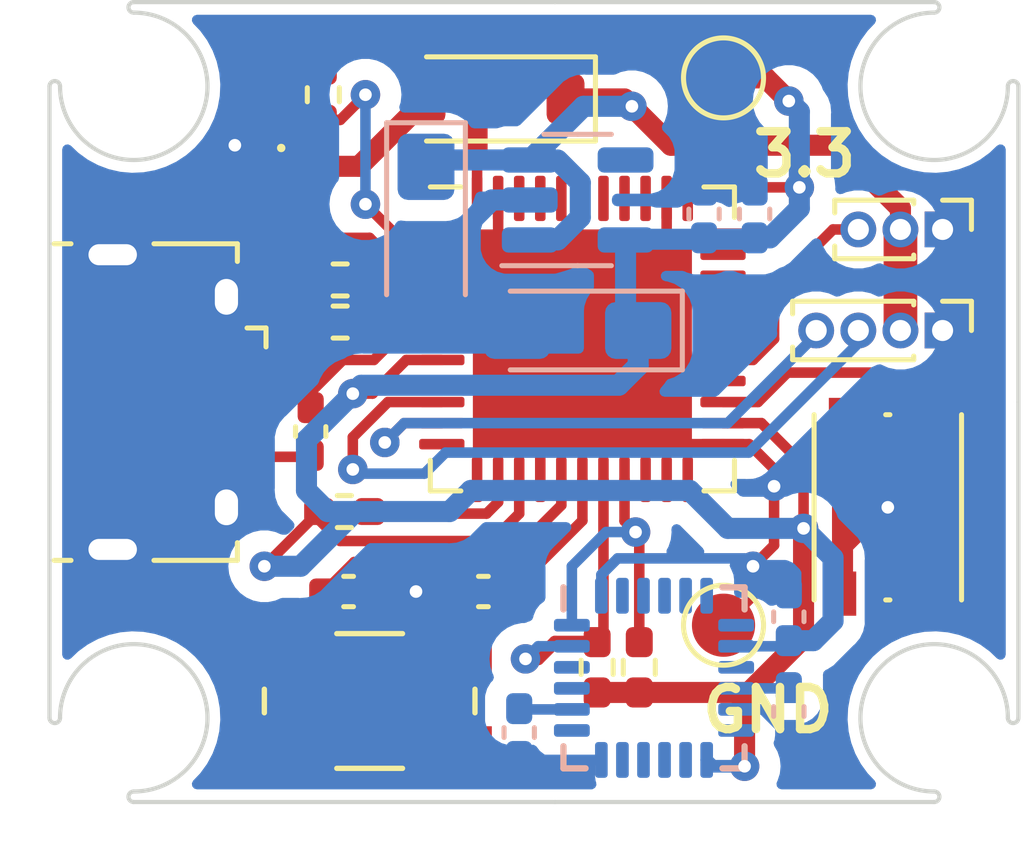
<source format=kicad_pcb>
(kicad_pcb (version 20221018) (generator pcbnew)
  (layers (0 "F.Cu" signal) (31 "B.Cu" signal) (34 "B.Paste" user) (35 "F.Paste" user) (36 "B.SilkS" user "B.Silkscreen") (37 "F.SilkS" user "F.Silkscreen") (38 "B.Mask" user) (39 "F.Mask" user) (44 "Edge.Cuts" user))
  (net 0 "")
  (net 1 "+3.3V")
  (net 2 "GND")
  (net 3 "Net-(U2-CPOUT)")
  (net 4 "Net-(U2-REGOUT)")
  (net 5 "Net-(U1-UCAP)")
  (net 6 "Net-(D2-A)")
  (net 7 "/USB_D-")
  (net 8 "/USB_D+")
  (net 10 "/SDA")
  (net 11 "/SCL")
  (net 12 "Net-(U1-~{RESET})")
  (net 13 "Net-(U1-PE6)")
  (net 14 "/D+")
  (net 15 "/D-")
  (net 16 "Net-(U1-PD4)")
  (net 23 "/PWM_SERVO")
  (net 53 "VCC")
  (net 54 "/UVCC")
  (net 56 "/PWM_STEER")
  (net 57 "/PWM_SENS")
  (net 58 "Net-(U1-XTAL1)")
  (net 59 "Net-(U1-XTAL2)")
  (footprint "Resistor_SMD:R_0402_1005Metric_Pad0.72x0.64mm_HandSolder" (layer "F.Cu") (at 145.75 95.2 90)
    (fp_text reference "R7" hide)
    (fp_text value "1k")
    (fp_line (start -0.167621 -0.38) (end 0.167621 -0.38) (stroke (width 0.12)) (layer "F.SilkS"))
    (fp_line (start -0.167621 0.38) (end 0.167621 0.38) (stroke (width 0.12)) (layer "F.SilkS"))
    (pad "1" smd roundrect (at -0.5975 0 90) (size 0.715 0.64) (layers "F.Cu" "F.Paste" "F.Mask") (net 13 "Net-(U1-PE6)"))
    (pad "2" smd roundrect (at 0.5975 0 90) (size 0.715 0.64) (layers "F.Cu" "F.Paste" "F.Mask") (net 6 "Net-(D2-A)"))
  )
  (footprint "LED_SMD:LED_0402_1005Metric_Pad0.77x0.64mm_HandSolder" (layer "F.Cu") (at 144.75 95.2 90)
    (fp_text reference "D2" hide)
    (fp_text value "LED")
    (fp_circle (center -1.265 0) (end -1.215 0) (stroke (width 0.1)) (fill none) (layer "F.SilkS"))
    (pad "1" smd roundrect (at -0.5725 0 90) (size 0.765 0.64) (layers "F.Cu" "F.Paste" "F.Mask") (net 2 "GND"))
    (pad "2" smd roundrect (at 0.5725 0 90) (size 0.765 0.64) (layers "F.Cu" "F.Paste" "F.Mask") (net 6 "Net-(D2-A)"))
  )
  (footprint "Resistor_SMD:R_0402_1005Metric_Pad0.72x0.64mm_HandSolder" (layer "F.Cu") (at 153.25 108.8 90)
    (fp_text reference "R1" hide)
    (fp_text value "4.7k")
    (fp_line (start -0.167621 -0.38) (end 0.167621 -0.38) (stroke (width 0.12)) (layer "F.SilkS"))
    (fp_line (start -0.167621 0.38) (end 0.167621 0.38) (stroke (width 0.12)) (layer "F.SilkS"))
    (pad "1" smd roundrect (at -0.5975 0 90) (size 0.715 0.64) (layers "F.Cu" "F.Paste" "F.Mask") (net 1 "+3.3V"))
    (pad "2" smd roundrect (at 0.5975 0 90) (size 0.715 0.64) (layers "F.Cu" "F.Paste" "F.Mask") (net 10 "/SDA"))
  )
  (footprint "Capacitor_SMD:C_0402_1005Metric_Pad0.74x0.62mm_HandSolder" (layer "F.Cu") (at 146.35 107 180)
    (fp_text reference "C8" hide)
    (fp_text value "22p")
    (fp_line (start -0.115835 -0.36) (end 0.115835 -0.36) (stroke (width 0.12)) (layer "F.SilkS"))
    (fp_line (start -0.115835 0.36) (end 0.115835 0.36) (stroke (width 0.12)) (layer "F.SilkS"))
    (pad "1" smd roundrect (at -0.5675 0 180) (size 0.735 0.62) (layers "F.Cu" "F.Paste" "F.Mask") (net 2 "GND"))
    (pad "2" smd roundrect (at 0.5675 0 180) (size 0.735 0.62) (layers "F.Cu" "F.Paste" "F.Mask") (net 59 "Net-(U1-XTAL2)"))
  )
  (footprint "arduino_micro_crystal:arduino_micro_crystal" (layer "F.Cu") (at 146.85 109.6 90)
    (fp_text reference "Y3" hide)
    (fp_text value "Crystal")
    (fp_line (start -1.6 -0.78) (end -1.6 0.78) (stroke (width 0.127)) (layer "F.SilkS"))
    (fp_line (start -0.28 -2.5) (end 0.28 -2.5) (stroke (width 0.127)) (layer "F.SilkS"))
    (fp_line (start -0.28 2.5) (end 0.28 2.5) (stroke (width 0.127)) (layer "F.SilkS"))
    (fp_line (start 1.6 -0.78) (end 1.6 0.78) (stroke (width 0.127)) (layer "F.SilkS"))
    (pad "" smd rect (at -1.2 2 90) (size 1.2 1.8) (layers "F.Cu" "F.Paste" "F.Mask"))
    (pad "" smd rect (at 1.2 -2 90) (size 1.2 1.8) (layers "F.Cu" "F.Paste" "F.Mask"))
    (pad "1" smd rect (at -1.2 -2 90) (size 1.2 1.8) (layers "F.Cu" "F.Paste" "F.Mask") (net 59 "Net-(U1-XTAL2)"))
    (pad "2" smd rect (at 1.2 2 90) (size 1.2 1.8) (layers "F.Cu" "F.Paste" "F.Mask") (net 58 "Net-(U1-XTAL1)"))
  )
  (footprint "Capacitor_SMD:C_0402_1005Metric_Pad0.74x0.62mm_HandSolder" (layer "F.Cu") (at 149.55 107)
    (fp_text reference "C7" hide)
    (fp_text value "22p")
    (fp_line (start -0.115835 -0.36) (end 0.115835 -0.36) (stroke (width 0.12)) (layer "F.SilkS"))
    (fp_line (start -0.115835 0.36) (end 0.115835 0.36) (stroke (width 0.12)) (layer "F.SilkS"))
    (pad "1" smd roundrect (at -0.5675 0) (size 0.735 0.62) (layers "F.Cu" "F.Paste" "F.Mask") (net 2 "GND"))
    (pad "2" smd roundrect (at 0.5675 0) (size 0.735 0.62) (layers "F.Cu" "F.Paste" "F.Mask") (net 58 "Net-(U1-XTAL1)"))
  )
  (footprint "TestPoint:TestPoint_Pad_D1.5mm" (layer "F.Cu") (at 155.25 107.8)
    (fp_text reference "TP1" hide)
    (fp_text value "GND" hide)
    (fp_circle (center 0 0) (end 0 0.95) (stroke (width 0.12)) (fill none) (layer "F.SilkS"))
    (pad "1" smd circle (at 0 0) (size 1.5 1.5) (layers "F.Cu" "F.Mask") (net 2 "GND"))
  )
  (footprint "Resistor_SMD:R_0402_1005Metric_Pad0.72x0.64mm_HandSolder" (layer "F.Cu") (at 146.25 105.1)
    (fp_text reference "R3" hide)
    (fp_text value "10k")
    (fp_line (start -0.167621 -0.38) (end 0.167621 -0.38) (stroke (width 0.12)) (layer "F.SilkS"))
    (fp_line (start -0.167621 0.38) (end 0.167621 0.38) (stroke (width 0.12)) (layer "F.SilkS"))
    (pad "1" smd roundrect (at -0.5975 0) (size 0.715 0.64) (layers "F.Cu" "F.Paste" "F.Mask") (net 1 "+3.3V"))
    (pad "2" smd roundrect (at 0.5975 0) (size 0.715 0.64) (layers "F.Cu" "F.Paste" "F.Mask") (net 12 "Net-(U1-~{RESET})"))
  )
  (footprint "Resistor_SMD:R_0402_1005Metric_Pad0.72x0.64mm_HandSolder" (layer "F.Cu") (at 146.15 100.6)
    (fp_text reference "R5" hide)
    (fp_text value "22")
    (fp_line (start -0.167621 -0.38) (end 0.167621 -0.38) (stroke (width 0.12)) (layer "F.SilkS"))
    (fp_line (start -0.167621 0.38) (end 0.167621 0.38) (stroke (width 0.12)) (layer "F.SilkS"))
    (pad "1" smd roundrect (at -0.5975 0) (size 0.715 0.64) (layers "F.Cu" "F.Paste" "F.Mask") (net 8 "/USB_D+"))
    (pad "2" smd roundrect (at 0.5975 0) (size 0.715 0.64) (layers "F.Cu" "F.Paste" "F.Mask") (net 14 "/D+"))
  )
  (footprint "Diode_SMD:D_SOD-123" (layer "F.Cu") (at 149.85 95.3 180)
    (fp_text reference "D3" hide)
    (fp_text value "D" hide)
    (fp_line (start -2.36 -1) (end -2.36 1) (stroke (width 0.12)) (layer "F.SilkS"))
    (fp_line (start -2.36 -1) (end 1.65 -1) (stroke (width 0.12)) (layer "F.SilkS"))
    (fp_line (start -2.36 1) (end 1.65 1) (stroke (width 0.12)) (layer "F.SilkS"))
    (pad "1" smd roundrect (at -1.65 0 180) (size 0.9 1.2) (layers "F.Cu" "F.Paste" "F.Mask") (net 53 "VCC"))
    (pad "2" smd roundrect (at 1.65 0 180) (size 0.9 1.2) (layers "F.Cu" "F.Paste" "F.Mask") (net 54 "/UVCC"))
  )
  (footprint "Button_Switch_SMD:SW_Push_1P1T_NO_Vertical_Wuerth_434133025816" (layer "F.Cu") (at 159.15 105 -90)
    (fp_text reference "SW1" hide)
    (fp_text value "SW_Push" hide)
    (fp_line (start -2.2 0.05) (end -2.2 -0.05) (stroke (width 0.12)) (layer "F.SilkS"))
    (fp_line (start -2.2 1.75) (end 2.2 1.75) (stroke (width 0.12)) (layer "F.SilkS"))
    (fp_line (start 2.2 -1.75) (end -2.2 -1.75) (stroke (width 0.12)) (layer "F.SilkS"))
    (fp_line (start 2.2 0.05) (end 2.2 -0.05) (stroke (width 0.12)) (layer "F.SilkS"))
    (pad "1" smd rect (at -2.075 -1.075 270) (size 1.05 0.65) (layers "F.Cu" "F.Paste" "F.Mask") (net 16 "Net-(U1-PD4)"))
    (pad "1" smd rect (at 2.075 -1.075 270) (size 1.05 0.65) (layers "F.Cu" "F.Paste" "F.Mask") (net 16 "Net-(U1-PD4)"))
    (pad "2" smd rect (at -2.075 1.075 270) (size 1.05 0.65) (layers "F.Cu" "F.Paste" "F.Mask") (net 2 "GND"))
    (pad "2" smd rect (at 2.05 1.075 270) (size 1.05 0.65) (layers "F.Cu" "F.Paste" "F.Mask") (net 2 "GND"))
  )
  (footprint "Package_DFN_QFN:QFN-44-1EP_7x7mm_P0.5mm_EP5.2x5.2mm" (layer "F.Cu") (at 151.9 101)
    (fp_text reference "U1" hide)
    (fp_text value "ATmega32U4-M" hide)
    (fp_line (start -3.61 3.61) (end -3.61 2.885) (stroke (width 0.12)) (layer "F.SilkS"))
    (fp_line (start -2.885 -3.61) (end -3.61 -3.61) (stroke (width 0.12)) (layer "F.SilkS"))
    (fp_line (start -2.885 3.61) (end -3.61 3.61) (stroke (width 0.12)) (layer "F.SilkS"))
    (fp_line (start 2.885 -3.61) (end 3.61 -3.61) (stroke (width 0.12)) (layer "F.SilkS"))
    (fp_line (start 2.885 3.61) (end 3.61 3.61) (stroke (width 0.12)) (layer "F.SilkS"))
    (fp_line (start 3.61 -3.61) (end 3.61 -2.885) (stroke (width 0.12)) (layer "F.SilkS"))
    (fp_line (start 3.61 3.61) (end 3.61 2.885) (stroke (width 0.12)) (layer "F.SilkS"))
    (pad "1" smd roundrect (at -3.3375 -2.5) (size 1.075 0.25) (layers "F.Cu" "F.Paste" "F.Mask") (net 13 "Net-(U1-PE6)"))
    (pad "2" smd roundrect (at -3.3375 -2) (size 1.075 0.25) (layers "F.Cu" "F.Paste" "F.Mask") (net 54 "/UVCC"))
    (pad "3" smd roundrect (at -3.3375 -1.5) (size 1.075 0.25) (layers "F.Cu" "F.Paste" "F.Mask") (net 15 "/D-"))
    (pad "4" smd roundrect (at -3.3375 -1) (size 1.075 0.25) (layers "F.Cu" "F.Paste" "F.Mask") (net 14 "/D+"))
    (pad "5" smd roundrect (at -3.3375 -0.5) (size 1.075 0.25) (layers "F.Cu" "F.Paste" "F.Mask") (net 2 "GND"))
    (pad "6" smd roundrect (at -3.3375 0) (size 1.075 0.25) (layers "F.Cu" "F.Paste" "F.Mask") (net 5 "Net-(U1-UCAP)"))
    (pad "7" smd roundrect (at -3.3375 0.5) (size 1.075 0.25) (layers "F.Cu" "F.Paste" "F.Mask") (net 1 "+3.3V"))
    (pad "8" smd roundrect (at -3.3375 1) (size 1.075 0.25) (layers "F.Cu" "F.Paste" "F.Mask"))
    (pad "9" smd roundrect (at -3.3375 1.5) (size 1.075 0.25) (layers "F.Cu" "F.Paste" "F.Mask") (net 56 "/PWM_STEER"))
    (pad "10" smd roundrect (at -3.3375 2) (size 1.075 0.25) (layers "F.Cu" "F.Paste" "F.Mask") (net 57 "/PWM_SENS"))
    (pad "11" smd roundrect (at -3.3375 2.5) (size 1.075 0.25) (layers "F.Cu" "F.Paste" "F.Mask"))
    (pad "12" smd roundrect (at -2.5 3.3375) (size 0.25 1.075) (layers "F.Cu" "F.Paste" "F.Mask"))
    (pad "13" smd roundrect (at -2 3.3375) (size 0.25 1.075) (layers "F.Cu" "F.Paste" "F.Mask") (net 12 "Net-(U1-~{RESET})"))
    (pad "14" smd roundrect (at -1.5 3.3375) (size 0.25 1.075) (layers "F.Cu" "F.Paste" "F.Mask") (net 1 "+3.3V"))
    (pad "15" smd roundrect (at -1 3.3375) (size 0.25 1.075) (layers "F.Cu" "F.Paste" "F.Mask") (net 2 "GND"))
    (pad "16" smd roundrect (at -0.5 3.3375) (size 0.25 1.075) (layers "F.Cu" "F.Paste" "F.Mask") (net 59 "Net-(U1-XTAL2)"))
    (pad "17" smd roundrect (at 0 3.3375) (size 0.25 1.075) (layers "F.Cu" "F.Paste" "F.Mask") (net 58 "Net-(U1-XTAL1)"))
    (pad "18" smd roundrect (at 0.5 3.3375) (size 0.25 1.075) (layers "F.Cu" "F.Paste" "F.Mask") (net 11 "/SCL"))
    (pad "19" smd roundrect (at 1 3.3375) (size 0.25 1.075) (layers "F.Cu" "F.Paste" "F.Mask") (net 10 "/SDA"))
    (pad "20" smd roundrect (at 1.5 3.3375) (size 0.25 1.075) (layers "F.Cu" "F.Paste" "F.Mask"))
    (pad "21" smd roundrect (at 2 3.3375) (size 0.25 1.075) (layers "F.Cu" "F.Paste" "F.Mask"))
    (pad "22" smd roundrect (at 2.5 3.3375) (size 0.25 1.075) (layers "F.Cu" "F.Paste" "F.Mask"))
    (pad "23" smd roundrect (at 3.3375 2.5) (size 1.075 0.25) (layers "F.Cu" "F.Paste" "F.Mask") (net 2 "GND"))
    (pad "24" smd roundrect (at 3.3375 2) (size 1.075 0.25) (layers "F.Cu" "F.Paste" "F.Mask") (net 1 "+3.3V"))
    (pad "25" smd roundrect (at 3.3375 1.5) (size 1.075 0.25) (layers "F.Cu" "F.Paste" "F.Mask") (net 16 "Net-(U1-PD4)"))
    (pad "26" smd roundrect (at 3.3375 1) (size 1.075 0.25) (layers "F.Cu" "F.Paste" "F.Mask"))
    (pad "27" smd roundrect (at 3.3375 0.5) (size 1.075 0.25) (layers "F.Cu" "F.Paste" "F.Mask") (net 23 "/PWM_SERVO"))
    (pad "28" smd roundrect (at 3.3375 0) (size 1.075 0.25) (layers "F.Cu" "F.Paste" "F.Mask"))
    (pad "29" smd roundrect (at 3.3375 -0.5) (size 1.075 0.25) (layers "F.Cu" "F.Paste" "F.Mask"))
    (pad "30" smd roundrect (at 3.3375 -1) (size 1.075 0.25) (layers "F.Cu" "F.Paste" "F.Mask"))
    (pad "31" smd roundrect (at 3.3375 -1.5) (size 1.075 0.25) (layers "F.Cu" "F.Paste" "F.Mask"))
    (pad "32" smd roundrect (at 3.3375 -2) (size 1.075 0.25) (layers "F.Cu" "F.Paste" "F.Mask"))
    (pad "33" smd roundrect (at 3.3375 -2.5) (size 1.075 0.25) (layers "F.Cu" "F.Paste" "F.Mask"))
    (pad "34" smd roundrect (at 2.5 -3.3375) (size 0.25 1.075) (layers "F.Cu" "F.Paste" "F.Mask") (net 1 "+3.3V"))
    (pad "35" smd roundrect (at 2 -3.3375) (size 0.25 1.075) (layers "F.Cu" "F.Paste" "F.Mask") (net 2 "GND"))
    (pad "36" smd roundrect (at 1.5 -3.3375) (size 0.25 1.075) (layers "F.Cu" "F.Paste" "F.Mask"))
    (pad "37" smd roundrect (at 1 -3.3375) (size 0.25 1.075) (layers "F.Cu" "F.Paste" "F.Mask"))
    (pad "38" smd roundrect (at 0.5 -3.3375) (size 0.25 1.075) (layers "F.Cu" "F.Paste" "F.Mask"))
    (pad "39" smd roundrect (at 0 -3.3375) (size 0.25 1.075) (layers "F.Cu" "F.Paste" "F.Mask"))
    (pad "40" smd roundrect (at -0.5 -3.3375) (size 0.25 1.075) (layers "F.Cu" "F.Paste" "F.Mask"))
    (pad "41" smd roundrect (at -1 -3.3375) (size 0.25 1.075) (layers "F.Cu" "F.Paste" "F.Mask"))
    (pad "42" smd roundrect (at -1.5 -3.3375) (size 0.25 1.075) (layers "F.Cu" "F.Paste" "F.Mask"))
    (pad "43" smd roundrect (at -2 -3.3375) (size 0.25 1.075) (layers "F.Cu" "F.Paste" "F.Mask") (net 2 "GND"))
    (pad "44" smd roundrect (at -2.5 -3.3375) (size 0.25 1.075) (layers "F.Cu" "F.Paste" "F.Mask") (net 1 "+3.3V"))
    (pad "45" smd rect (at 0 0) (size 5.2 5.2) (layers "F.Cu" "F.Mask") (net 2 "GND"))
  )
  (footprint "Resistor_SMD:R_0402_1005Metric_Pad0.72x0.64mm_HandSolder" (layer "F.Cu") (at 146.15 99.6)
    (fp_text reference "R6" hide)
    (fp_text value "22")
    (fp_line (start -0.167621 -0.38) (end 0.167621 -0.38) (stroke (width 0.12)) (layer "F.SilkS"))
    (fp_line (start -0.167621 0.38) (end 0.167621 0.38) (stroke (width 0.12)) (layer "F.SilkS"))
    (pad "1" smd roundrect (at -0.5975 0) (size 0.715 0.64) (layers "F.Cu" "F.Paste" "F.Mask") (net 7 "/USB_D-"))
    (pad "2" smd roundrect (at 0.5975 0) (size 0.715 0.64) (layers "F.Cu" "F.Paste" "F.Mask") (net 15 "/D-"))
  )
  (footprint "Capacitor_SMD:C_0402_1005Metric_Pad0.74x0.62mm_HandSolder" (layer "F.Cu") (at 145.45 103.2 -90)
    (fp_text reference "C9" hide)
    (fp_text value "1u")
    (fp_line (start -0.115835 -0.36) (end 0.115835 -0.36) (stroke (width 0.12)) (layer "F.SilkS"))
    (fp_line (start -0.115835 0.36) (end 0.115835 0.36) (stroke (width 0.12)) (layer "F.SilkS"))
    (pad "1" smd roundrect (at -0.5675 0 270) (size 0.735 0.62) (layers "F.Cu" "F.Paste" "F.Mask") (net 5 "Net-(U1-UCAP)"))
    (pad "2" smd roundrect (at 0.5675 0 270) (size 0.735 0.62) (layers "F.Cu" "F.Paste" "F.Mask") (net 2 "GND"))
  )
  (footprint "Connector_USB:USB_Micro-B_Amphenol_10118194_Horizontal" (layer "F.Cu") (at 142.05 102.5 -90)
    (fp_text reference "J1" hide)
    (fp_text value "USB_B_Micro" hide)
    (fp_line (start -3.76 -1.66) (end -3.34 -1.66) (stroke (width 0.12)) (layer "F.SilkS"))
    (fp_line (start -3.76 0.32) (end -3.76 -1.66) (stroke (width 0.12)) (layer "F.SilkS"))
    (fp_line (start -3.76 2.69) (end -3.76 2.29) (stroke (width 0.12)) (layer "F.SilkS"))
    (fp_line (start -1.76 -1.89) (end -1.76 -2.34) (stroke (width 0.12)) (layer "F.SilkS"))
    (fp_line (start -1.31 -2.34) (end -1.76 -2.34) (stroke (width 0.12)) (layer "F.SilkS"))
    (fp_line (start 3.76 -1.66) (end 3.34 -1.66) (stroke (width 0.12)) (layer "F.SilkS"))
    (fp_line (start 3.76 0.32) (end 3.76 -1.66) (stroke (width 0.12)) (layer "F.SilkS"))
    (fp_line (start 3.76 2.29) (end 3.76 2.69) (stroke (width 0.12)) (layer "F.SilkS"))
    (pad "1" smd rect (at -1.3 -1.4 270) (size 0.4 1.35) (layers "F.Cu" "F.Paste" "F.Mask") (net 54 "/UVCC"))
    (pad "2" smd rect (at -0.65 -1.4 270) (size 0.4 1.35) (layers "F.Cu" "F.Paste" "F.Mask") (net 7 "/USB_D-"))
    (pad "3" smd rect (at 0 -1.4 270) (size 0.4 1.35) (layers "F.Cu" "F.Paste" "F.Mask") (net 8 "/USB_D+"))
    (pad "4" smd rect (at 0.65 -1.4 270) (size 0.4 1.35) (layers "F.Cu" "F.Paste" "F.Mask"))
    (pad "5" smd rect (at 1.3 -1.4 270) (size 0.4 1.35) (layers "F.Cu" "F.Paste" "F.Mask") (net 2 "GND"))
    (pad "6" thru_hole oval (at -3.5 1.3 270) (size 0.89 1.55) (drill oval 0.5 1.15) (layers "*.Cu" "*.Mask") (net 2 "GND"))
    (pad "6" smd rect (at -2.9 1.3 270) (size 1.2 1.55) (layers "F.Cu" "F.Paste" "F.Mask") (net 2 "GND"))
    (pad "6" thru_hole oval (at -2.5 -1.4 270) (size 1.25 0.95) (drill oval 0.85 0.55) (layers "*.Cu" "*.Mask") (net 2 "GND"))
    (pad "6" smd rect (at -1 1.3 270) (size 1.5 1.55) (layers "F.Cu" "F.Paste" "F.Mask") (net 2 "GND"))
    (pad "6" smd rect (at 1 1.3 270) (size 1.5 1.55) (layers "F.Cu" "F.Paste" "F.Mask") (net 2 "GND"))
    (pad "6" thru_hole oval (at 2.5 -1.4 270) (size 1.25 0.95) (drill oval 0.85 0.55) (layers "*.Cu" "*.Mask") (net 2 "GND"))
    (pad "6" smd rect (at 2.9 1.3 270) (size 1.2 1.55) (layers "F.Cu" "F.Paste" "F.Mask") (net 2 "GND"))
    (pad "6" thru_hole oval (at 3.5 1.3 270) (size 0.89 1.55) (drill oval 0.5 1.15) (layers "*.Cu" "*.Mask") (net 2 "GND"))
  )
  (footprint "Resistor_SMD:R_0402_1005Metric_Pad0.72x0.64mm_HandSolder" (layer "F.Cu") (at 152.25 108.8 90)
    (fp_text reference "R2" hide)
    (fp_text value "4.7k")
    (fp_line (start -0.167621 -0.38) (end 0.167621 -0.38) (stroke (width 0.12)) (layer "F.SilkS"))
    (fp_line (start -0.167621 0.38) (end 0.167621 0.38) (stroke (width 0.12)) (layer "F.SilkS"))
    (pad "1" smd roundrect (at -0.5975 0 90) (size 0.715 0.64) (layers "F.Cu" "F.Paste" "F.Mask") (net 1 "+3.3V"))
    (pad "2" smd roundrect (at 0.5975 0 90) (size 0.715 0.64) (layers "F.Cu" "F.Paste" "F.Mask") (net 11 "/SCL"))
  )
  (footprint "TestPoint:TestPoint_Pad_D1.5mm" (layer "F.Cu") (at 155.25 94.8)
    (fp_text reference "TP2" hide)
    (fp_text value "3.3V" hide)
    (fp_circle (center 0 0) (end 0 0.95) (stroke (width 0.12)) (fill none) (layer "F.SilkS"))
    (pad "1" smd circle (at 0 0) (size 1.5 1.5) (layers "F.Cu" "F.Mask") (net 1 "+3.3V"))
  )
  (footprint "Connector_PinHeader_1.00mm:PinHeader_1x04_P1.00mm_Vertical" (layer "F.Cu") (at 160.45 100.8 -90)
    (fp_text reference "J4" hide)
    (fp_text value "Conn_01x04_Pin" hide)
    (fp_line (start -0.695 -0.685) (end 0 -0.685) (stroke (width 0.12)) (layer "F.SilkS"))
    (fp_line (start -0.695 0) (end -0.695 -0.685) (stroke (width 0.12)) (layer "F.SilkS"))
    (fp_line (start -0.695 0.685) (end -0.695 3.56) (stroke (width 0.12)) (layer "F.SilkS"))
    (fp_line (start -0.695 0.685) (end -0.608276 0.685) (stroke (width 0.12)) (layer "F.SilkS"))
    (fp_line (start -0.695 3.56) (end -0.394493 3.56) (stroke (width 0.12)) (layer "F.SilkS"))
    (fp_line (start 0.394493 3.56) (end 0.695 3.56) (stroke (width 0.12)) (layer "F.SilkS"))
    (fp_line (start 0.608276 0.685) (end 0.695 0.685) (stroke (width 0.12)) (layer "F.SilkS"))
    (fp_line (start 0.695 0.685) (end 0.695 3.56) (stroke (width 0.12)) (layer "F.SilkS"))
    (pad "1" thru_hole rect (at 0 0 270) (size 0.85 0.85) (drill 0.5) (layers "*.Cu" "*.Mask") (net 2 "GND"))
    (pad "2" thru_hole oval (at 0 1 270) (size 0.85 0.85) (drill 0.5) (layers "*.Cu" "*.Mask") (net 53 "VCC"))
    (pad "3" thru_hole oval (at 0 2 270) (size 0.85 0.85) (drill 0.5) (layers "*.Cu" "*.Mask") (net 56 "/PWM_STEER"))
    (pad "4" thru_hole oval (at 0 3 270) (size 0.85 0.85) (drill 0.5) (layers "*.Cu" "*.Mask") (net 57 "/PWM_SENS"))
  )
  (footprint "Connector_PinHeader_1.00mm:PinHeader_1x03_P1.00mm_Vertical" (layer "F.Cu") (at 160.45 98.4 -90)
    (fp_text reference "J3" hide)
    (fp_text value "Conn_01x03_Pin" hide)
    (fp_line (start -0.695 -0.685) (end 0 -0.685) (stroke (width 0.12)) (layer "F.SilkS"))
    (fp_line (start -0.695 0) (end -0.695 -0.685) (stroke (width 0.12)) (layer "F.SilkS"))
    (fp_line (start -0.695 0.685) (end -0.695 2.56) (stroke (width 0.12)) (layer "F.SilkS"))
    (fp_line (start -0.695 0.685) (end -0.608276 0.685) (stroke (width 0.12)) (layer "F.SilkS"))
    (fp_line (start -0.695 2.56) (end -0.394493 2.56) (stroke (width 0.12)) (layer "F.SilkS"))
    (fp_line (start 0.394493 2.56) (end 0.695 2.56) (stroke (width 0.12)) (layer "F.SilkS"))
    (fp_line (start 0.608276 0.685) (end 0.695 0.685) (stroke (width 0.12)) (layer "F.SilkS"))
    (fp_line (start 0.695 0.685) (end 0.695 2.56) (stroke (width 0.12)) (layer "F.SilkS"))
    (pad "1" thru_hole rect (at 0 0 270) (size 0.85 0.85) (drill 0.5) (layers "*.Cu" "*.Mask") (net 2 "GND"))
    (pad "2" thru_hole oval (at 0 1 270) (size 0.85 0.85) (drill 0.5) (layers "*.Cu" "*.Mask") (net 53 "VCC"))
    (pad "3" thru_hole oval (at 0 2 270) (size 0.85 0.85) (drill 0.5) (layers "*.Cu" "*.Mask") (net 23 "/PWM_SERVO"))
  )
  (footprint "Sensor_Motion:InvenSense_QFN-24_4x4mm_P0.5mm" (layer "B.Cu") (at 153.6 109.05 -90)
    (fp_text reference "U2" hide)
    (fp_text value "MPU-6050" hide)
    (fp_line (start -2.15 -2.15) (end -2.15 -1.625) (stroke (width 0.15)) (layer "B.SilkS"))
    (fp_line (start -2.15 -2.15) (end -1.625 -2.15) (stroke (width 0.15)) (layer "B.SilkS"))
    (fp_line (start -2.15 2.15) (end -1.625 2.15) (stroke (width 0.15)) (layer "B.SilkS"))
    (fp_line (start 2.15 -2.15) (end 1.625 -2.15) (stroke (width 0.15)) (layer "B.SilkS"))
    (fp_line (start 2.15 -2.15) (end 2.15 -1.625) (stroke (width 0.15)) (layer "B.SilkS"))
    (fp_line (start 2.15 2.15) (end 1.625 2.15) (stroke (width 0.15)) (layer "B.SilkS"))
    (fp_line (start 2.15 2.15) (end 2.15 1.625) (stroke (width 0.15)) (layer "B.SilkS"))
    (pad "1" smd roundrect (at -1.95 1.25 270) (size 0.85 0.3) (layers "B.Cu" "B.Paste" "B.Mask") (net 2 "GND"))
    (pad "2" smd roundrect (at -1.95 0.75 270) (size 0.85 0.3) (layers "B.Cu" "B.Paste" "B.Mask"))
    (pad "3" smd roundrect (at -1.95 0.25 270) (size 0.85 0.3) (layers "B.Cu" "B.Paste" "B.Mask"))
    (pad "4" smd roundrect (at -1.95 -0.25 270) (size 0.85 0.3) (layers "B.Cu" "B.Paste" "B.Mask"))
    (pad "5" smd roundrect (at -1.95 -0.75 270) (size 0.85 0.3) (layers "B.Cu" "B.Paste" "B.Mask"))
    (pad "6" smd roundrect (at -1.95 -1.25 270) (size 0.85 0.3) (layers "B.Cu" "B.Paste" "B.Mask"))
    (pad "7" smd roundrect (at -1.25 -1.95 180) (size 0.85 0.3) (layers "B.Cu" "B.Paste" "B.Mask"))
    (pad "8" smd roundrect (at -0.75 -1.95 180) (size 0.85 0.3) (layers "B.Cu" "B.Paste" "B.Mask") (net 1 "+3.3V"))
    (pad "9" smd roundrect (at -0.25 -1.95 180) (size 0.85 0.3) (layers "B.Cu" "B.Paste" "B.Mask"))
    (pad "10" smd roundrect (at 0.25 -1.95 180) (size 0.85 0.3) (layers "B.Cu" "B.Paste" "B.Mask") (net 4 "Net-(U2-REGOUT)"))
    (pad "11" smd roundrect (at 0.75 -1.95 180) (size 0.85 0.3) (layers "B.Cu" "B.Paste" "B.Mask") (net 2 "GND"))
    (pad "12" smd roundrect (at 1.25 -1.95 180) (size 0.85 0.3) (layers "B.Cu" "B.Paste" "B.Mask"))
    (pad "13" smd roundrect (at 1.95 -1.25 270) (size 0.85 0.3) (layers "B.Cu" "B.Paste" "B.Mask") (net 1 "+3.3V"))
    (pad "14" smd roundrect (at 1.95 -0.75 270) (size 0.85 0.3) (layers "B.Cu" "B.Paste" "B.Mask"))
    (pad "15" smd roundrect (at 1.95 -0.25 270) (size 0.85 0.3) (layers "B.Cu" "B.Paste" "B.Mask"))
    (pad "16" smd roundrect (at 1.95 0.25 270) (size 0.85 0.3) (layers "B.Cu" "B.Paste" "B.Mask"))
    (pad "17" smd roundrect (at 1.95 0.75 270) (size 0.85 0.3) (layers "B.Cu" "B.Paste" "B.Mask"))
    (pad "18" smd roundrect (at 1.95 1.25 270) (size 0.85 0.3) (layers "B.Cu" "B.Paste" "B.Mask") (net 2 "GND"))
    (pad "19" smd roundrect (at 1.25 1.95 180) (size 0.85 0.3) (layers "B.Cu" "B.Paste" "B.Mask"))
    (pad "20" smd roundrect (at 0.75 1.95 180) (size 0.85 0.3) (layers "B.Cu" "B.Paste" "B.Mask") (net 3 "Net-(U2-CPOUT)"))
    (pad "21" smd roundrect (at 0.25 1.95 180) (size 0.85 0.3) (layers "B.Cu" "B.Paste" "B.Mask"))
    (pad "22" smd roundrect (at -0.25 1.95 180) (size 0.85 0.3) (layers "B.Cu" "B.Paste" "B.Mask"))
    (pad "23" smd roundrect (at -0.75 1.95 180) (size 0.85 0.3) (layers "B.Cu" "B.Paste" "B.Mask") (net 11 "/SCL"))
    (pad "24" smd roundrect (at -1.25 1.95 180) (size 0.85 0.3) (layers "B.Cu" "B.Paste" "B.Mask") (net 10 "/SDA"))
    (zone (net 0) (net_name "") (layer "B.Cu") (connect_pads (clearance 0)) (min_thickness 0.254)
      (keepout (tracks not_allowed) (vias not_allowed) (pads not_allowed) (copperpour not_allowed) (footprints allowed))
      (fill (thermal_gap 0.508) (thermal_bridge_width 0.508))
      (polygon (pts (xy 152.275 107.675) (xy 152.275 110.425) (xy 154.925 110.425) (xy 154.925 107.675)))
    )
  )
  (footprint "Capacitor_Tantalum_SMD:CP_EIA-3216-18_Kemet-A_Pad1.58x1.35mm_HandSolder" (layer "B.Cu") (at 151.7875 100.8 180)
    (fp_text reference "C4" hide)
    (fp_text value "10u")
    (fp_line (start -2.485 -0.935) (end 1.6 -0.935) (stroke (width 0.12)) (layer "B.SilkS"))
    (fp_line (start -2.485 0.935) (end -2.485 -0.935) (stroke (width 0.12)) (layer "B.SilkS"))
    (fp_line (start 1.6 0.935) (end -2.485 0.935) (stroke (width 0.12)) (layer "B.SilkS"))
    (pad "1" smd roundrect (at -1.4375 0 180) (size 1.575 1.35) (layers "B.Cu" "B.Paste" "B.Mask") (roundrect_rratio 0.1851851852) (net 1 "+3.3V"))
    (pad "2" smd roundrect (at 1.4375 0 180) (size 1.575 1.35) (layers "B.Cu" "B.Paste" "B.Mask") (roundrect_rratio 0.1851851852) (net 2 "GND"))
  )
  (footprint "Capacitor_SMD:C_0402_1005Metric_Pad0.74x0.62mm_HandSolder" (layer "B.Cu") (at 154.7875 98.0325 90)
    (fp_text reference "C2" hide)
    (fp_text value "0.1u")
    (fp_line (start -0.115835 -0.36) (end 0.115835 -0.36) (stroke (width 0.12)) (layer "B.SilkS"))
    (fp_line (start -0.115835 0.36) (end 0.115835 0.36) (stroke (width 0.12)) (layer "B.SilkS"))
    (pad "1" smd roundrect (at -0.5675 0 90) (size 0.735 0.62) (layers "B.Cu" "B.Paste" "B.Mask") (net 1 "+3.3V"))
    (pad "2" smd roundrect (at 0.5675 0 90) (size 0.735 0.62) (layers "B.Cu" "B.Paste" "B.Mask") (net 2 "GND"))
  )
  (footprint "Capacitor_SMD:C_0402_1005Metric_Pad0.74x0.62mm_HandSolder" (layer "B.Cu") (at 155.9875 98.0325 90)
    (fp_text reference "C1" hide)
    (fp_text value "1u")
    (fp_line (start -0.115835 -0.36) (end 0.115835 -0.36) (stroke (width 0.12)) (layer "B.SilkS"))
    (fp_line (start -0.115835 0.36) (end 0.115835 0.36) (stroke (width 0.12)) (layer "B.SilkS"))
    (pad "1" smd roundrect (at -0.5675 0 90) (size 0.735 0.62) (layers "B.Cu" "B.Paste" "B.Mask") (net 1 "+3.3V"))
    (pad "2" smd roundrect (at 0.5675 0 90) (size 0.735 0.62) (layers "B.Cu" "B.Paste" "B.Mask") (net 2 "GND"))
  )
  (footprint "Capacitor_SMD:C_0402_1005Metric_Pad0.74x0.62mm_HandSolder" (layer "B.Cu") (at 156.8 109.85 -90)
    (fp_text reference "C6" hide)
    (fp_text value "0.1u")
    (fp_line (start -0.115835 -0.36) (end 0.115835 -0.36) (stroke (width 0.12)) (layer "B.SilkS"))
    (fp_line (start -0.115835 0.36) (end 0.115835 0.36) (stroke (width 0.12)) (layer "B.SilkS"))
    (pad "1" smd roundrect (at -0.5675 0 270) (size 0.735 0.62) (layers "B.Cu" "B.Paste" "B.Mask") (net 4 "Net-(U2-REGOUT)"))
    (pad "2" smd roundrect (at 0.5675 0 270) (size 0.735 0.62) (layers "B.Cu" "B.Paste" "B.Mask") (net 2 "GND"))
  )
  (footprint "Capacitor_SMD:C_0402_1005Metric_Pad0.74x0.62mm_HandSolder" (layer "B.Cu") (at 150.4 110.35 -90)
    (fp_text reference "C5" hide)
    (fp_text value "2.2n")
    (fp_line (start -0.115835 -0.36) (end 0.115835 -0.36) (stroke (width 0.12)) (layer "B.SilkS"))
    (fp_line (start -0.115835 0.36) (end 0.115835 0.36) (stroke (width 0.12)) (layer "B.SilkS"))
    (pad "1" smd roundrect (at -0.5675 0 270) (size 0.735 0.62) (layers "B.Cu" "B.Paste" "B.Mask") (net 3 "Net-(U2-CPOUT)"))
    (pad "2" smd roundrect (at 0.5675 0 270) (size 0.735 0.62) (layers "B.Cu" "B.Paste" "B.Mask") (net 2 "GND"))
  )
  (footprint "Capacitor_Tantalum_SMD:CP_EIA-3216-18_Kemet-A_Pad1.58x1.35mm_HandSolder" (layer "B.Cu") (at 148.1875 98.35 -90)
    (fp_text reference "C11" hide)
    (fp_text value "10u")
    (fp_line (start -2.485 -0.935) (end 1.6 -0.935) (stroke (width 0.12)) (layer "B.SilkS"))
    (fp_line (start -2.485 0.935) (end -2.485 -0.935) (stroke (width 0.12)) (layer "B.SilkS"))
    (fp_line (start 1.6 0.935) (end -2.485 0.935) (stroke (width 0.12)) (layer "B.SilkS"))
    (pad "1" smd roundrect (at -1.4375 0 270) (size 1.575 1.35) (layers "B.Cu" "B.Paste" "B.Mask") (roundrect_rratio 0.1851851852) (net 53 "VCC"))
    (pad "2" smd roundrect (at 1.4375 0 270) (size 1.575 1.35) (layers "B.Cu" "B.Paste" "B.Mask") (roundrect_rratio 0.1851851852) (net 2 "GND"))
  )
  (footprint "Package_TO_SOT_SMD:SOT-23-5" (layer "B.Cu") (at 151.7875 97.7)
    (fp_text reference "U3" hide)
    (fp_text value "MIC5219-3.3YM5" hide)
    (fp_line (start 0 -1.56) (end -0.8 -1.56) (stroke (width 0.12)) (layer "B.SilkS"))
    (fp_line (start 0 -1.56) (end 0.8 -1.56) (stroke (width 0.12)) (layer "B.SilkS"))
    (fp_line (start 0 1.56) (end -1.8 1.56) (stroke (width 0.12)) (layer "B.SilkS"))
    (fp_line (start 0 1.56) (end 0.8 1.56) (stroke (width 0.12)) (layer "B.SilkS"))
    (pad "1" smd roundrect (at -1.1375 0.95) (size 1.325 0.6) (layers "B.Cu" "B.Paste" "B.Mask") (net 53 "VCC"))
    (pad "2" smd roundrect (at -1.1375 0) (size 1.325 0.6) (layers "B.Cu" "B.Paste" "B.Mask") (net 2 "GND"))
    (pad "3" smd roundrect (at -1.1375 -0.95) (size 1.325 0.6) (layers "B.Cu" "B.Paste" "B.Mask") (net 53 "VCC"))
    (pad "4" smd roundrect (at 1.1375 -0.95) (size 1.325 0.6) (layers "B.Cu" "B.Paste" "B.Mask"))
    (pad "5" smd roundrect (at 1.1375 0.95) (size 1.325 0.6) (layers "B.Cu" "B.Paste" "B.Mask") (net 1 "+3.3V"))
  )
  (footprint "Capacitor_SMD:C_0402_1005Metric_Pad0.74x0.62mm_HandSolder" (layer "B.Cu") (at 156.8 107.6 90)
    (fp_text reference "C3" hide)
    (fp_text value "10n")
    (fp_line (start -0.115835 -0.36) (end 0.115835 -0.36) (stroke (width 0.12)) (layer "B.SilkS"))
    (fp_line (start -0.115835 0.36) (end 0.115835 0.36) (stroke (width 0.12)) (layer "B.SilkS"))
    (pad "1" smd roundrect (at -0.5675 0 90) (size 0.735 0.62) (layers "B.Cu" "B.Paste" "B.Mask") (net 1 "+3.3V"))
    (pad "2" smd roundrect (at 0.5675 0 90) (size 0.735 0.62) (layers "B.Cu" "B.Paste" "B.Mask") (net 2 "GND"))
  )
  (gr_line (start 139.25 110) (end 139.25 102.5) (stroke (width 0.1)) (layer "Edge.Cuts"))
  (gr_line (start 151.25 93) (end 160.25 93) (stroke (width 0.1)) (layer "Edge.Cuts"))
  (gr_arc (start 162.25 110) (mid 162.125 110.125) (end 162 110) (stroke (width 0.1)) (layer "Edge.Cuts"))
  (gr_arc (start 141.25 112) (mid 141.125 111.875) (end 141.25 111.75) (stroke (width 0.1)) (layer "Edge.Cuts"))
  (gr_arc (start 162 95) (mid 159.012563 96.237437) (end 160.25 93.25) (stroke (width 0.1)) (layer "Edge.Cuts"))
  (gr_line (start 139.25 102.5) (end 139.25 95) (stroke (width 0.1)) (layer "Edge.Cuts"))
  (gr_line (start 141.25 93) (end 151.25 93) (stroke (width 0.1)) (layer "Edge.Cuts"))
  (gr_line (start 151.25 112) (end 141.25 112) (stroke (width 0.1)) (layer "Edge.Cuts"))
  (gr_arc (start 139.5 110) (mid 139.375 110.125) (end 139.25 110) (stroke (width 0.1)) (layer "Edge.Cuts"))
  (gr_arc (start 141.25 93.25) (mid 141.125 93.125) (end 141.25 93) (stroke (width 0.1)) (layer "Edge.Cuts"))
  (gr_arc (start 162 95) (mid 162.125 94.875) (end 162.25 95) (stroke (width 0.1)) (layer "Edge.Cuts"))
  (gr_arc (start 139.5 110) (mid 142.487437 108.762563) (end 141.25 111.75) (stroke (width 0.1)) (layer "Edge.Cuts"))
  (gr_line (start 160.25 112) (end 151.25 112) (stroke (width 0.1)) (layer "Edge.Cuts"))
  (gr_arc (start 139.25 95) (mid 139.375 94.875) (end 139.5 95) (stroke (width 0.1)) (layer "Edge.Cuts"))
  (gr_line (start 162.25 102.5) (end 162.25 110) (stroke (width 0.1)) (layer "Edge.Cuts"))
  (gr_arc (start 160.25 93) (mid 160.375 93.125) (end 160.25 93.25) (stroke (width 0.1)) (layer "Edge.Cuts"))
  (gr_arc (start 160.25 111.75) (mid 159.012563 108.762563) (end 162 110) (stroke (width 0.1)) (layer "Edge.Cuts"))
  (gr_line (start 162.25 95) (end 162.25 102.5) (stroke (width 0.1)) (layer "Edge.Cuts"))
  (gr_arc (start 141.25 93.25) (mid 142.487437 96.237437) (end 139.5 95) (stroke (width 0.1)) (layer "Edge.Cuts"))
  (gr_arc (start 160.25 111.75) (mid 160.375 111.875) (end 160.25 112) (stroke (width 0.1)) (layer "Edge.Cuts"))
  (gr_text "3.3" (at 155.85 97.2) (layer "F.SilkS") (effects (font (size 1 1) (thickness 0.2) bold) (justify left bottom)))
  (gr_text "GND" (at 154.65 110.4) (layer "F.SilkS") (effects (font (size 1 1) (thickness 0.2) bold) (justify left bottom)))
  (segment (start 157.15 108.1) (end 155.8525 109.3975) (width 0.5) (layer "F.Cu") (net 1))
  (segment (start 149.75 105.8) (end 146.15 105.8) (width 0.25) (layer "F.Cu") (net 1))
  (segment (start 152.25 109.3975) (end 153.25 109.3975) (width 0.5) (layer "F.Cu") (net 1))
  (segment (start 149.4 96.6) (end 149.4 97.6625) (width 0.25) (layer "F.Cu") (net 1))
  (segment (start 150.4 104.3375) (end 150.4 105.15) (width 0.25) (layer "F.Cu") (net 1))
  (segment (start 149.4 95.35) (end 150.75 94) (width 0.5) (layer "F.Cu") (net 1))
  (segment (start 146.45 102.3) (end 146.918962 102.3) (width 0.25) (layer "F.Cu") (net 1))
  (segment (start 154.6625 97.4) (end 154.4 97.6625) (width 0.25) (layer "F.Cu") (net 1))
  (segment (start 145.6525 105.3025) (end 145.6525 105.1) (width 0.25) (layer "F.Cu") (net 1))
  (segment (start 157.15 105.5) (end 157.15 108.1) (width 0.5) (layer "F.Cu") (net 1))
  (segment (start 147.718962 101.5) (end 148.5625 101.5) (width 0.25) (layer "F.Cu") (net 1))
  (segment (start 146.15 105.8) (end 145.6525 105.3025) (width 0.25) (layer "F.Cu") (net 1))
  (segment (start 154.45 94) (end 155.25 94.8) (width 0.5) (layer "F.Cu") (net 1))
  (segment (start 150.75 94) (end 154.45 94) (width 0.5) (layer "F.Cu") (net 1))
  (segment (start 156.8 95.35) (end 156.25 94.8) (width 0.5) (layer "F.Cu") (net 1))
  (segment (start 157.15 104) (end 156.15 103) (width 0.25) (layer "F.Cu") (net 1))
  (segment (start 146.918962 102.3) (end 147.718962 101.5) (width 0.25) (layer "F.Cu") (net 1))
  (segment (start 157.05 97.4) (end 154.6625 97.4) (width 0.25) (layer "F.Cu") (net 1))
  (segment (start 156.15 103) (end 155.2375 103) (width 0.25) (layer "F.Cu") (net 1))
  (segment (start 155.75 109.595) (end 155.75 111.15) (width 0.5) (layer "F.Cu") (net 1))
  (segment (start 155.8525 109.3975) (end 155.5525 109.3975) (width 0.5) (layer "F.Cu") (net 1))
  (segment (start 155.5525 109.3975) (end 155.75 109.595) (width 0.5) (layer "F.Cu") (net 1))
  (segment (start 150.4 105.15) (end 149.75 105.8) (width 0.25) (layer "F.Cu") (net 1))
  (segment (start 149.4 96.6) (end 149.4 95.35) (width 0.5) (layer "F.Cu") (net 1))
  (segment (start 157.15 105.5) (end 157.15 104) (width 0.25) (layer "F.Cu") (net 1))
  (segment (start 145.65 105.1) (end 144.35 106.4) (width 0.25) (layer "F.Cu") (net 1))
  (segment (start 155.5525 109.3975) (end 153.25 109.3975) (width 0.5) (layer "F.Cu") (net 1))
  (segment (start 156.25 94.8) (end 155.25 94.8) (width 0.5) (layer "F.Cu") (net 1))
  (via (at 155.75 111.15) (size 0.7) (drill 0.3) (layers "F.Cu" "B.Cu") (net 1))
  (via (at 157.15 105.5) (size 0.7) (drill 0.3) (layers "F.Cu" "B.Cu") (net 1))
  (via (at 156.8 95.35) (size 0.7) (drill 0.3) (layers "F.Cu" "B.Cu") (net 1))
  (via (at 157.05 97.4) (size 0.7) (drill 0.3) (layers "F.Cu" "B.Cu") (net 1))
  (via (at 146.45 102.3) (size 0.7) (drill 0.3) (layers "F.Cu" "B.Cu") (net 1))
  (via (at 144.35 106.4) (size 0.7) (drill 0.3) (layers "F.Cu" "B.Cu") (net 1))
  (segment (start 148.75 105.1) (end 146.51066 105.1) (width 0.5) (layer "B.Cu") (net 1))
  (segment (start 153.225 101.6375) (end 152.7625 102.1) (width 0.5) (layer "B.Cu") (net 1))
  (segment (start 146.51066 105.1) (end 145.21066 106.4) (width 0.5) (layer "B.Cu") (net 1))
  (segment (start 157.85 107.7) (end 157.3825 108.1675) (width 0.5) (layer "B.Cu") (net 1))
  (segment (start 154.45 104.6) (end 149.25 104.6) (width 0.5) (layer "B.Cu") (net 1))
  (segment (start 155 111.15) (end 154.85 111) (width 0.3) (layer "B.Cu") (net 1))
  (segment (start 155.75 111.15) (end 155 111.15) (width 0.3) (layer "B.Cu") (net 1))
  (segment (start 146.65 102.1) (end 146.45 102.3) (width 0.5) (layer "B.Cu") (net 1))
  (segment (start 157.05 95.6) (end 157.05 97.4) (width 0.5) (layer "B.Cu") (net 1))
  (segment (start 145.21066 106.4) (end 144.35 106.4) (width 0.5) (layer "B.Cu") (net 1))
  (segment (start 146.45 102.3) (end 145.35 103.4) (width 0.5) (layer "B.Cu") (net 1))
  (segment (start 157.85 106.2) (end 157.85 107.7) (width 0.5) (layer "B.Cu") (net 1))
  (segment (start 157.15 105.5) (end 157.85 106.2) (width 0.5) (layer "B.Cu") (net 1))
  (segment (start 157.3825 108.1675) (end 156.8 108.1675) (width 0.5) (layer "B.Cu") (net 1))
  (segment (start 152.7625 102.1) (end 146.65 102.1) (width 0.5) (layer "B.Cu") (net 1))
  (segment (start 157.15 105.5) (end 155.35 105.5) (width 0.5) (layer "B.Cu") (net 1))
  (segment (start 155.35 105.5) (end 154.45 104.6) (width 0.5) (layer "B.Cu") (net 1))
  (segment (start 157.05 97.9) (end 156.35 98.6) (width 0.5) (layer "B.Cu") (net 1))
  (segment (start 145.35 104.6) (end 145.85 105.1) (width 0.5) (layer "B.Cu") (net 1))
  (segment (start 145.85 105.1) (end 146.51066 105.1) (width 0.5) (layer "B.Cu") (net 1))
  (segment (start 152.925 98.9) (end 152.925 100.85) (width 0.5) (layer "B.Cu") (net 1))
  (segment (start 145.35 103.4) (end 145.35 104.6) (width 0.5) (layer "B.Cu") (net 1))
  (segment (start 153.225 100.8) (end 153.225 101.6375) (width 0.5) (layer "B.Cu") (net 1))
  (segment (start 157.05 97.4) (end 157.05 97.9) (width 0.5) (layer "B.Cu") (net 1))
  (segment (start 156.35 98.6) (end 155.9875 98.6) (width 0.5) (layer "B.Cu") (net 1))
  (segment (start 149.25 104.6) (end 148.75 105.1) (width 0.5) (layer "B.Cu") (net 1))
  (segment (start 156.8 95.35) (end 157.05 95.6) (width 0.5) (layer "B.Cu") (net 1))
  (segment (start 155.55 108.3) (end 156.6675 108.3) (width 0.25) (layer "B.Cu") (net 1))
  (segment (start 156.115 98.6325) (end 152.925 98.6325) (width 0.5) (layer "B.Cu") (net 1))
  (segment (start 158.975 105) (end 158.075 105.9) (width 0.5) (layer "F.Cu") (net 2))
  (segment (start 143.65 96.4) (end 144.1225 96.4) (width 0.25) (layer "F.Cu") (net 2))
  (segment (start 155.2375 103.5) (end 154.4 103.5) (width 0.25) (layer "F.Cu") (net 2))
  (segment (start 156.45 104.5) (end 156.45 104.09) (width 0.25) (layer "F.Cu") (net 2))
  (segment (start 159.15 105) (end 158.975 105) (width 0.5) (layer "F.Cu") (net 2))
  (segment (start 146.9175 107) (end 148.9825 107) (width 0.5) (layer "F.Cu") (net 2))
  (segment (start 148.5625 100.5) (end 151.4 100.5) (width 0.25) (layer "F.Cu") (net 2))
  (segment (start 143.45 103.8) (end 145.4175 103.8) (width 0.25) (layer "F.Cu") (net 2))
  (segment (start 150.9 104.3375) (end 150.9 102) (width 0.25) (layer "F.Cu") (net 2))
  (segment (start 155.95 107.1) (end 155.25 107.8) (width 0.25) (layer "F.Cu") (net 2))
  (segment (start 144.1225 96.4) (end 144.75 95.7725) (width 0.25) (layer "F.Cu") (net 2))
  (segment (start 156.45 105.9) (end 155.95 106.4) (width 0.25) (layer "F.Cu") (net 2))
  (segment (start 155.86 103.5) (end 155.2375 103.5) (width 0.25) (layer "F.Cu") (net 2))
  (segment (start 156.45 104.5) (end 156.45 105.9) (width 0.25) (layer "F.Cu") (net 2))
  (segment (start 140.75 99) (end 140.75 106) (width 0.8) (layer "F.Cu") (net 2))
  (segment (start 158.075 105.9) (end 158.075 107.05) (width 0.5) (layer "F.Cu") (net 2))
  (segment (start 155.95 106.4) (end 155.95 107.1) (width 0.25) (layer "F.Cu") (net 2))
  (segment (start 156.45 104.09) (end 155.86 103.5) (width 0.25) (layer "F.Cu") (net 2))
  (segment (start 149.9 97.6625) (end 149.9 99) (width 0.25) (layer "F.Cu") (net 2))
  (segment (start 153.9 97.6625) (end 153.9 99) (width 0.25) (layer "F.Cu") (net 2))
  (segment (start 158.075 102.925) (end 158.075 105.9) (width 0.5) (layer "F.Cu") (net 2))
  (segment (start 143.45 105) (end 143.45 103.8) (width 0.25) (layer "F.Cu") (net 2))
  (segment (start 154.4 103.5) (end 151.9 101) (width 0.25) (layer "F.Cu") (net 2))
  (via (at 147.95 107) (size 0.7) (drill 0.3) (layers "F.Cu" "B.Cu") (net 2))
  (via (at 159.15 105) (size 0.7) (drill 0.3) (layers "F.Cu" "B.Cu") (net 2))
  (via (at 155.95 106.4) (size 0.7) (drill 0.3) (layers "F.Cu" "B.Cu") (net 2))
  (via (at 143.65 96.4) (size 0.7) (drill 0.3) (layers "F.Cu" "B.Cu") (net 2))
  (via (at 156.45 104.5) (size 0.7) (drill 0.3) (layers "F.Cu" "B.Cu") (net 2))
  (segment (start 148.1875 99.2625) (end 149.75 97.7) (width 0.5) (layer "B.Cu") (net 2))
  (segment (start 155.95 106.4) (end 156.1675 106.4) (width 0.3) (layer "B.Cu") (net 2))
  (segment (start 149.75 97.7) (end 150.65 97.7) (width 0.5) (layer "B.Cu") (net 2))
  (segment (start 148.1875 99.7875) (end 149.2 100.8) (width 0.5) (layer "B.Cu") (net 2))
  (segment (start 152.35 111) (end 150.4825 111) (width 0.25) (layer "B.Cu") (net 2))
  (segment (start 155.76275 106.21275) (end 152.73725 106.21275) (width 0.25) (layer "B.Cu") (net 2))
  (segment (start 149.2 100.8) (end 150.35 100.8) (width 0.5) (layer "B.Cu") (net 2))
  (segment (start 152.35 106.6) (end 152.35 107.1) (width 0.25) (layer "B.Cu") (net 2))
  (segment (start 155.55 109.8) (end 156.1825 109.8) (width 0.25) (layer "B.Cu") (net 2))
  (segment (start 152.73725 106.21275) (end 152.35 106.6) (width 0.25) (layer "B.Cu") (net 2))
  (segment (start 156.1825 109.8) (end 156.8 110.4175) (width 0.25) (layer "B.Cu") (net 2))
  (segment (start 156.1675 106.4) (end 156.8 107.0325) (width 0.3) (layer "B.Cu") (net 2))
  (segment (start 155.95 106.4) (end 155.76275 106.21275) (width 0.25) (layer "B.Cu") (net 2))
  (segment (start 150.4175 109.8) (end 151.65 109.8) (width 0.25) (layer "B.Cu") (net 3))
  (segment (start 155.55 109.3) (end 156.7825 109.3) (width 0.25) (layer "B.Cu") (net 4))
  (segment (start 145.45 102.6325) (end 145.45 102.265) (width 0.25) (layer "F.Cu") (net 5))
  (segment (start 146.215 101.5) (end 146.95 101.5) (width 0.25) (layer "F.Cu") (net 5))
  (segment (start 145.45 102.265) (end 146.215 101.5) (width 0.25) (layer "F.Cu") (net 5))
  (segment (start 147.45 101) (end 148.5625 101) (width 0.25) (layer "F.Cu") (net 5))
  (segment (start 146.95 101.5) (end 147.45 101) (width 0.25) (layer "F.Cu") (net 5))
  (segment (start 144.75 94.6275) (end 145.725 94.6275) (width 0.5) (layer "F.Cu") (net 6))
  (segment (start 143.45 101.85) (end 144.3 101.85) (width 0.2) (layer "F.Cu") (net 7))
  (segment (start 144.3 101.85) (end 144.47498 101.67502) (width 0.2) (layer "F.Cu") (net 7))
  (segment (start 144.95 99.6) (end 145.5525 99.6) (width 0.2) (layer "F.Cu") (net 7))
  (segment (start 144.47498 100.07502) (end 144.95 99.6) (width 0.2) (layer "F.Cu") (net 7))
  (segment (start 144.47498 101.67502) (end 144.47498 100.07502) (width 0.2) (layer "F.Cu") (net 7))
  (segment (start 143.45 102.5) (end 144.255684 102.5) (width 0.2) (layer "F.Cu") (net 8))
  (segment (start 145.25125 100.6) (end 145.5525 100.6) (width 0.2) (layer "F.Cu") (net 8))
  (segment (start 144.95 101.805684) (end 144.95 100.90125) (width 0.2) (layer "F.Cu") (net 8))
  (segment (start 144.95 100.90125) (end 145.25125 100.6) (width 0.2) (layer "F.Cu") (net 8))
  (segment (start 144.255684 102.5) (end 144.95 101.805684) (width 0.2) (layer "F.Cu") (net 8))
  (segment (start 153.16225 105.58775) (end 152.9 105.3255) (width 0.25) (layer "F.Cu") (net 10))
  (segment (start 152.9 105.3255) (end 152.9 104.3375) (width 0.25) (layer "F.Cu") (net 10))
  (segment (start 153.25 105.6755) (end 153.25 108.2025) (width 0.25) (layer "F.Cu") (net 10))
  (segment (start 153.16225 105.58775) (end 153.25 105.6755) (width 0.25) (layer "F.Cu") (net 10))
  (via (at 153.16225 105.58775) (size 0.7) (drill 0.3) (layers "F.Cu" "B.Cu") (net 10))
  (segment (start 153.16225 105.58775) (end 152.46225 105.58775) (width 0.25) (layer "B.Cu") (net 10))
  (segment (start 151.65 106.4) (end 151.65 107.8) (width 0.25) (layer "B.Cu") (net 10))
  (segment (start 152.46225 105.58775) (end 151.65 106.4) (width 0.25) (layer "B.Cu") (net 10))
  (segment (start 151.25 108.2) (end 152.2475 108.2) (width 0.3) (layer "F.Cu") (net 11))
  (segment (start 150.549502 108.6) (end 150.85 108.6) (width 0.3) (layer "F.Cu") (net 11))
  (segment (start 150.85 108.6) (end 151.25 108.2) (width 0.3) (layer "F.Cu") (net 11))
  (segment (start 152.4 104.3375) (end 152.4 108.0525) (width 0.25) (layer "F.Cu") (net 11))
  (via (at 150.549502 108.6) (size 0.7) (drill 0.3) (layers "F.Cu" "B.Cu") (net 11))
  (segment (start 150.549502 108.6) (end 150.849502 108.3) (width 0.25) (layer "B.Cu") (net 11))
  (segment (start 150.849502 108.3) (end 151.65 108.3) (width 0.25) (layer "B.Cu") (net 11))
  (segment (start 149.9 104.874999) (end 149.9 104.3375) (width 0.25) (layer "F.Cu") (net 12))
  (segment (start 149.624999 105.15) (end 149.9 104.874999) (width 0.25) (layer "F.Cu") (net 12))
  (segment (start 146.8975 105.15) (end 149.624999 105.15) (width 0.25) (layer "F.Cu") (net 12))
  (segment (start 146.1525 95.7975) (end 145.75 95.7975) (width 0.25) (layer "F.Cu") (net 13))
  (segment (start 146.75 97.8) (end 147.45 98.5) (width 0.25) (layer "F.Cu") (net 13))
  (segment (start 146.75 95.2) (end 146.1525 95.7975) (width 0.25) (layer "F.Cu") (net 13))
  (segment (start 147.45 98.5) (end 148.5625 98.5) (width 0.25) (layer "F.Cu") (net 13))
  (via (at 146.75 97.8) (size 0.7) (drill 0.3) (layers "F.Cu" "B.Cu") (net 13))
  (via (at 146.75 95.2) (size 0.7) (drill 0.3) (layers "F.Cu" "B.Cu") (net 13))
  (segment (start 146.75 95.2) (end 146.75 97.8) (width 0.25) (layer "B.Cu") (net 13))
  (segment (start 147.85 100) (end 148.5625 100) (width 0.2) (layer "F.Cu") (net 14))
  (segment (start 146.8475 100.6) (end 147.25 100.6) (width 0.2) (layer "F.Cu") (net 14))
  (segment (start 147.25 100.6) (end 147.85 100) (width 0.2) (layer "F.Cu") (net 14))
  (segment (start 146.9475 99.5) (end 148.5625 99.5) (width 0.2) (layer "F.Cu") (net 15))
  (segment (start 155.2375 102.5) (end 156.067202 102.5) (width 0.25) (layer "F.Cu") (net 16))
  (segment (start 159.1 101.8) (end 160.225 102.925) (width 0.25) (layer "F.Cu") (net 16))
  (segment (start 160.225 102.925) (end 160.225 107.075) (width 0.5) (layer "F.Cu") (net 16))
  (segment (start 156.767202 101.8) (end 159.1 101.8) (width 0.25) (layer "F.Cu") (net 16))
  (segment (start 156.067202 102.5) (end 156.767202 101.8) (width 0.25) (layer "F.Cu") (net 16))
  (segment (start 155.95 101.5) (end 156.45 101) (width 0.25) (layer "F.Cu") (net 23))
  (segment (start 155.2375 101.5) (end 155.95 101.5) (width 0.25) (layer "F.Cu") (net 23))
  (segment (start 157.85 98.4) (end 158.45 98.4) (width 0.25) (layer "F.Cu") (net 23))
  (segment (start 156.45 99.8) (end 157.85 98.4) (width 0.25) (layer "F.Cu") (net 23))
  (segment (start 156.45 101) (end 156.45 99.8) (width 0.25) (layer "F.Cu") (net 23))
  (segment (start 153.075 95.475) (end 152.9 95.3) (width 0.5) (layer "F.Cu") (net 53))
  (segment (start 159.45 100.8) (end 159.45 98.4) (width 0.8) (layer "F.Cu") (net 53))
  (segment (start 157.95 96.4) (end 159.45 97.9) (width 0.5) (layer "F.Cu") (net 53))
  (segment (start 154 96.4) (end 157.95 96.4) (width 0.5) (layer "F.Cu") (net 53))
  (segment (start 159.45 97.9) (end 159.45 98.4) (width 0.5) (layer "F.Cu") (net 53))
  (segment (start 153.075 95.475) (end 154 96.4) (width 0.5) (layer "F.Cu") (net 53))
  (segment (start 152.9 95.3) (end 151.7 95.3) (width 0.5) (layer "F.Cu") (net 53))
  (via (at 153.075 95.475) (size 0.7) (drill 0.3) (layers "F.Cu" "B.Cu") (net 53))
  (segment (start 151.925 95.475) (end 153.075 95.475) (width 0.5) (layer "B.Cu") (net 53))
  (segment (start 150.65 96.75) (end 151.925 95.475) (width 0.5) (layer "B.Cu") (net 53))
  (segment (start 151.85 98.112499) (end 151.85 97.287501) (width 0.5) (layer "B.Cu") (net 53))
  (segment (start 148.525 96.75) (end 150.4 96.75) (width 0.5) (layer "B.Cu") (net 53))
  (segment (start 151.312499 98.65) (end 151.85 98.112499) (width 0.5) (layer "B.Cu") (net 53))
  (segment (start 151.85 97.287501) (end 151.312499 96.75) (width 0.5) (layer "B.Cu") (net 53))
  (segment (start 145.95 98.6) (end 146.85 98.6) (width 0.25) (layer "F.Cu") (net 54))
  (segment (start 144.55 96.9) (end 142.25 99.2) (width 0.5) (layer "F.Cu") (net 54))
  (segment (start 144.55 96.9) (end 144.55 97.2) (width 0.25) (layer "F.Cu") (net 54))
  (segment (start 142.25 100.8) (end 142.65 101.2) (width 0.25) (layer "F.Cu") (net 54))
  (segment (start 146.85 98.6) (end 147.25 99) (width 0.25) (layer "F.Cu") (net 54))
  (segment (start 147.25 99) (end 148.5625 99) (width 0.25) (layer "F.Cu") (net 54))
  (segment (start 142.25 99.2) (end 142.25 100.4) (width 0.5) (layer "F.Cu") (net 54))
  (segment (start 144.55 96.9) (end 146.6 96.9) (width 0.5) (layer "F.Cu") (net 54))
  (segment (start 146.6 96.9) (end 148.2 95.3) (width 0.5) (layer "F.Cu") (net 54))
  (segment (start 144.55 97.2) (end 145.95 98.6) (width 0.25) (layer "F.Cu") (net 54))
  (segment (start 142.25 100.4) (end 142.25 100.8) (width 0.25) (layer "F.Cu") (net 54))
  (segment (start 142.65 101.2) (end 143.45 101.2) (width 0.25) (layer "F.Cu") (net 54))
  (segment (start 146.45 103.334648) (end 147.284648 102.5) (width 0.25) (layer "F.Cu") (net 56))
  (segment (start 147.284648 102.5) (end 148.5625 102.5) (width 0.25) (layer "F.Cu") (net 56))
  (segment (start 146.45 104.1) (end 146.45 103.334648) (width 0.25) (layer "F.Cu") (net 56))
  (via (at 146.45 104.1) (size 0.7) (drill 0.3) (layers "F.Cu" "B.Cu") (net 56))
  (segment (start 155.85 103.7) (end 148.65 103.7) (width 0.25) (layer "B.Cu") (net 56))
  (segment (start 148.15 104.2) (end 146.55 104.2) (width 0.25) (layer "B.Cu") (net 56))
  (segment (start 158.45 100.8) (end 158.45 101.1) (width 0.25) (layer "B.Cu") (net 56))
  (segment (start 148.65 103.7) (end 148.15 104.2) (width 0.25) (layer "B.Cu") (net 56))
  (segment (start 158.45 101.1) (end 155.85 103.7) (width 0.25) (layer "B.Cu") (net 56))
  (segment (start 146.45 104.1) (end 146.55 104.2) (width 0.3) (layer "B.Cu") (net 56))
  (segment (start 147.668532 103) (end 148.5625 103) (width 0.25) (layer "F.Cu") (net 57))
  (segment (start 147.209266 103.459266) (end 147.668532 103) (width 0.25) (layer "F.Cu") (net 57))
  (via (at 147.209266 103.459266) (size 0.7) (drill 0.3) (layers "F.Cu" "B.Cu") (net 57))
  (segment (start 157.45 100.9) (end 155.35 103) (width 0.25) (layer "B.Cu") (net 57))
  (segment (start 147.35 103.318532) (end 147.35 103.6) (width 0.25) (layer "B.Cu") (net 57))
  (segment (start 155.35 103) (end 147.668532 103) (width 0.25) (layer "B.Cu") (net 57))
  (segment (start 147.209266 103.459266) (end 147.35 103.6) (width 0.3) (layer "B.Cu") (net 57))
  (segment (start 147.668532 103) (end 147.35 103.318532) (width 0.25) (layer "B.Cu") (net 57))
  (segment (start 150.215686 107) (end 151.9 105.315686) (width 0.25) (layer "F.Cu") (net 58))
  (segment (start 150.1175 107) (end 149.05 108.0675) (width 0.25) (layer "F.Cu") (net 58))
  (segment (start 151.9 105.315686) (end 151.9 104.3375) (width 0.25) (layer "F.Cu") (net 58))
  (segment (start 146.55 107.7675) (end 146.55 109.1) (width 0.25) (layer "F.Cu") (net 59))
  (segment (start 146.4825 106.3) (end 145.7825 107) (width 0.25) (layer "F.Cu") (net 59))
  (segment (start 151.4 104.95) (end 150.05 106.3) (width 0.25) (layer "F.Cu") (net 59))
  (segment (start 145.7825 107) (end 146.55 107.7675) (width 0.25) (layer "F.Cu") (net 59))
  (segment (start 150.05 106.3) (end 146.4825 106.3) (width 0.25) (layer "F.Cu") (net 59))
  (segment (start 146.55 109.1) (end 144.85 110.8) (width 0.25) (layer "F.Cu") (net 59))
  (segment (start 151.4 104.3375) (end 151.4 104.95) (width 0.25) (layer "F.Cu") (net 59))
  (zone (net 2) (net_name "GND") (layer "B.Cu") (connect_pads yes (clearance 0.5)) (min_thickness 0.25) (fill yes (thermal_gap 0.5) (thermal_bridge_width 0.5))
    (polygon (pts (xy 138.75 93) (xy 162.25 93) (xy 162.25 112) (xy 138.75 112)))
  )
)
</source>
